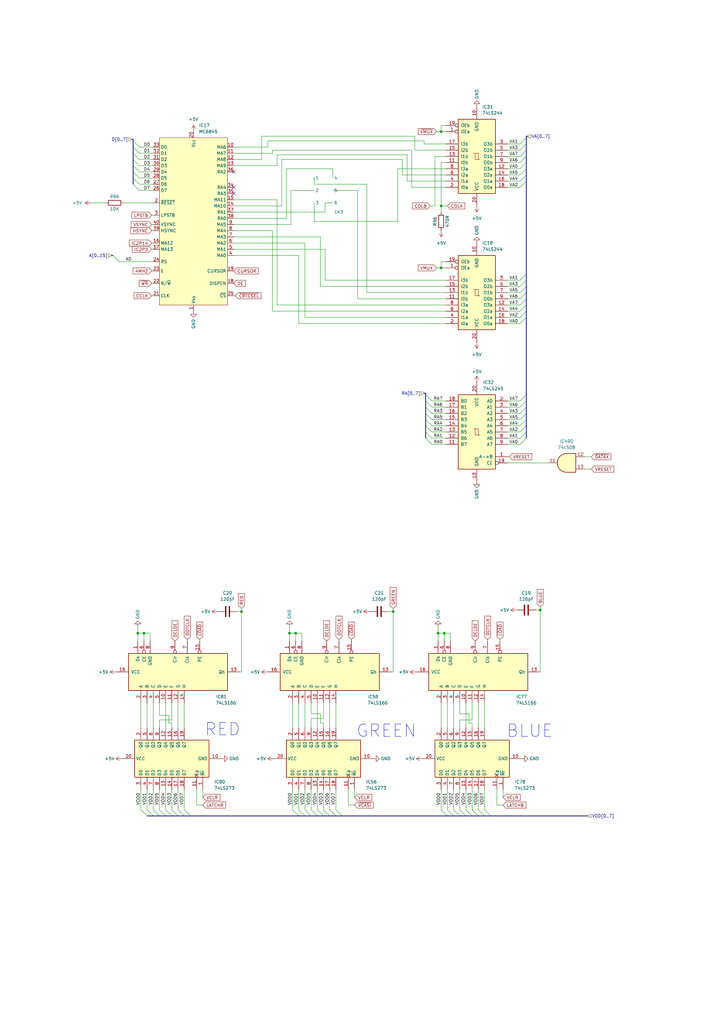
<source format=kicad_sch>
(kicad_sch (version 20230121) (generator eeschema)
  (paper "A3" portrait)
  (junction (at 161.29 250.825))
  (junction (at 180.975 84.455))
  (junction (at 180.975 109.855))
  (junction (at 118.745 259.715))
  (junction (at 121.285 259.715))
  (junction (at 180.975 53.975))
  (junction (at 182.245 259.715))
  (junction (at 221.615 250.19))
  (junction (at 179.705 259.715))
  (junction (at 99.06 250.825))
  (junction (at 59.055 259.715))
  (junction (at 56.515 259.715))
  (no_connect (at 95.885 70.485))
  (no_connect (at 95.885 76.835))
  (no_connect (at 95.885 79.375))
  (bus_entry (at 213.36 74.295) (size 2.54 -2.54))
  (bus_entry (at 122.555 334.645) (size -2.54 -2.54))
  (bus_entry (at 213.36 130.175) (size 2.54 -2.54))
  (bus_entry (at 213.36 114.935) (size 2.54 -2.54))
  (bus_entry (at 213.36 122.555) (size 2.54 -2.54))
  (bus_entry (at 177.165 172.085) (size -2.54 -2.54))
  (bus_entry (at 193.675 334.645) (size -2.54 -2.54))
  (bus_entry (at 135.255 334.645) (size -2.54 -2.54))
  (bus_entry (at 183.515 334.645) (size -2.54 -2.54))
  (bus_entry (at 78.105 334.645) (size -2.54 -2.54))
  (bus_entry (at 213.36 179.705) (size 2.54 -2.54))
  (bus_entry (at 177.165 164.465) (size -2.54 -2.54))
  (bus_entry (at 132.715 334.645) (size -2.54 -2.54))
  (bus_entry (at 213.36 59.055) (size 2.54 -2.54))
  (bus_entry (at 186.055 334.645) (size -2.54 -2.54))
  (bus_entry (at 75.565 334.645) (size -2.54 -2.54))
  (bus_entry (at 65.405 334.645) (size -2.54 -2.54))
  (bus_entry (at 57.15 78.105) (size -2.54 -2.54))
  (bus_entry (at 57.15 75.565) (size -2.54 -2.54))
  (bus_entry (at 140.335 334.645) (size -2.54 -2.54))
  (bus_entry (at 57.15 70.485) (size -2.54 -2.54))
  (bus_entry (at 57.15 73.025) (size -2.54 -2.54))
  (bus_entry (at 67.945 334.645) (size -2.54 -2.54))
  (bus_entry (at 62.865 334.645) (size -2.54 -2.54))
  (bus_entry (at 213.36 125.095) (size 2.54 -2.54))
  (bus_entry (at 177.165 179.705) (size -2.54 -2.54))
  (bus_entry (at 57.15 65.405) (size -2.54 -2.54))
  (bus_entry (at 213.36 172.085) (size 2.54 -2.54))
  (bus_entry (at 177.165 182.245) (size -2.54 -2.54))
  (bus_entry (at 70.485 334.645) (size -2.54 -2.54))
  (bus_entry (at 57.15 60.325) (size -2.54 -2.54))
  (bus_entry (at 213.36 66.675) (size 2.54 -2.54))
  (bus_entry (at 177.165 167.005) (size -2.54 -2.54))
  (bus_entry (at 191.135 334.645) (size -2.54 -2.54))
  (bus_entry (at 213.36 132.715) (size 2.54 -2.54))
  (bus_entry (at 57.15 67.945) (size -2.54 -2.54))
  (bus_entry (at 196.215 334.645) (size -2.54 -2.54))
  (bus_entry (at 125.095 334.645) (size -2.54 -2.54))
  (bus_entry (at 213.36 127.635) (size 2.54 -2.54))
  (bus_entry (at 213.36 164.465) (size 2.54 -2.54))
  (bus_entry (at 201.295 334.645) (size -2.54 -2.54))
  (bus_entry (at 60.325 334.645) (size -2.54 -2.54))
  (bus_entry (at 73.025 334.645) (size -2.54 -2.54))
  (bus_entry (at 213.36 69.215) (size 2.54 -2.54))
  (bus_entry (at 177.165 169.545) (size -2.54 -2.54))
  (bus_entry (at 198.755 334.645) (size -2.54 -2.54))
  (bus_entry (at 137.795 334.645) (size -2.54 -2.54))
  (bus_entry (at 177.165 174.625) (size -2.54 -2.54))
  (bus_entry (at 213.36 177.165) (size 2.54 -2.54))
  (bus_entry (at 57.15 62.865) (size -2.54 -2.54))
  (bus_entry (at 213.36 120.015) (size 2.54 -2.54))
  (bus_entry (at 213.36 169.545) (size 2.54 -2.54))
  (bus_entry (at 130.175 334.645) (size -2.54 -2.54))
  (bus_entry (at 48.895 107.315) (size -2.54 -2.54))
  (bus_entry (at 213.36 71.755) (size 2.54 -2.54))
  (bus_entry (at 213.36 182.245) (size 2.54 -2.54))
  (bus_entry (at 213.36 167.005) (size 2.54 -2.54))
  (bus_entry (at 213.36 174.625) (size 2.54 -2.54))
  (bus_entry (at 127.635 334.645) (size -2.54 -2.54))
  (bus_entry (at 188.595 334.645) (size -2.54 -2.54))
  (bus_entry (at 177.165 177.165) (size -2.54 -2.54))
  (bus_entry (at 213.36 117.475) (size 2.54 -2.54))
  (bus_entry (at 213.36 61.595) (size 2.54 -2.54))
  (bus_entry (at 213.36 64.135) (size 2.54 -2.54))
  (bus_entry (at 213.36 76.835) (size 2.54 -2.54))
  (wire (pts (xy 165.1 71.755) (xy 182.88 71.755)))
  (bus (pts (xy 125.095 334.645) (xy 127.635 334.645)))
  (wire (pts (xy 69.215 293.37) (xy 69.215 296.545)))
  (wire (pts (xy 62.23 121.285) (xy 62.865 121.285)))
  (wire (pts (xy 182.245 259.715) (xy 182.245 262.89)))
  (wire (pts (xy 161.29 250.825) (xy 161.29 275.59)))
  (wire (pts (xy 70.485 295.275) (xy 70.485 288.29)))
  (wire (pts (xy 122.555 132.715) (xy 182.88 132.715)))
  (wire (pts (xy 67.945 323.85) (xy 67.945 332.105)))
  (wire (pts (xy 242.57 187.325) (xy 240.03 187.325)))
  (wire (pts (xy 120.015 323.85) (xy 120.015 332.105)))
  (wire (pts (xy 186.055 288.29) (xy 186.055 298.45)))
  (wire (pts (xy 122.555 104.775) (xy 122.555 132.715)))
  (wire (pts (xy 130.175 323.85) (xy 130.175 332.105)))
  (wire (pts (xy 159.385 250.825) (xy 161.29 250.825)))
  (wire (pts (xy 198.755 288.29) (xy 198.755 298.45)))
  (bus (pts (xy 135.255 334.645) (xy 137.795 334.645)))
  (wire (pts (xy 167.005 74.295) (xy 182.88 74.295)))
  (wire (pts (xy 62.865 70.485) (xy 57.15 70.485)))
  (wire (pts (xy 117.475 89.535) (xy 117.475 69.215)))
  (wire (pts (xy 111.76 94.615) (xy 95.885 94.615)))
  (wire (pts (xy 182.88 64.135) (xy 178.435 64.135)))
  (wire (pts (xy 99.06 250.825) (xy 99.06 275.59)))
  (wire (pts (xy 142.875 330.2) (xy 145.415 330.2)))
  (wire (pts (xy 96.52 121.285) (xy 95.885 121.285)))
  (bus (pts (xy 70.485 334.645) (xy 73.025 334.645)))
  (wire (pts (xy 208.28 169.545) (xy 213.36 169.545)))
  (wire (pts (xy 118.745 259.715) (xy 118.745 262.89)))
  (bus (pts (xy 62.865 334.645) (xy 65.405 334.645)))
  (wire (pts (xy 65.405 288.29) (xy 65.405 293.37)))
  (wire (pts (xy 163.195 90.805) (xy 163.195 69.215)))
  (wire (pts (xy 135.255 288.29) (xy 135.255 298.45)))
  (wire (pts (xy 113.665 125.095) (xy 113.665 81.915)))
  (wire (pts (xy 208.28 174.625) (xy 213.36 174.625)))
  (wire (pts (xy 208.28 64.135) (xy 213.36 64.135)))
  (wire (pts (xy 142.875 323.85) (xy 142.875 330.2)))
  (bus (pts (xy 215.9 164.465) (xy 215.9 167.005)))
  (bus (pts (xy 174.625 161.925) (xy 174.625 164.465)))
  (wire (pts (xy 208.28 172.085) (xy 213.36 172.085)))
  (wire (pts (xy 208.28 177.165) (xy 213.36 177.165)))
  (wire (pts (xy 95.885 99.695) (xy 125.095 99.695)))
  (wire (pts (xy 62.865 288.29) (xy 62.865 298.45)))
  (wire (pts (xy 208.28 164.465) (xy 213.36 164.465)))
  (wire (pts (xy 95.885 65.405) (xy 107.315 65.405)))
  (wire (pts (xy 113.665 63.5) (xy 167.005 63.5)))
  (wire (pts (xy 198.755 323.85) (xy 198.755 332.105)))
  (wire (pts (xy 200.025 262.255) (xy 200.025 262.89)))
  (wire (pts (xy 196.215 323.85) (xy 196.215 332.105)))
  (wire (pts (xy 184.785 262.89) (xy 184.785 259.715)))
  (wire (pts (xy 208.28 69.215) (xy 213.36 69.215)))
  (bus (pts (xy 196.215 334.645) (xy 198.755 334.645)))
  (bus (pts (xy 174.625 164.465) (xy 174.625 167.005)))
  (wire (pts (xy 65.405 323.85) (xy 65.405 332.105)))
  (wire (pts (xy 184.785 259.715) (xy 182.245 259.715)))
  (wire (pts (xy 208.28 189.865) (xy 224.79 189.865)))
  (bus (pts (xy 54.61 65.405) (xy 54.61 67.945)))
  (wire (pts (xy 95.885 97.155) (xy 131.445 97.155)))
  (wire (pts (xy 188.595 292.735) (xy 192.405 292.735)))
  (wire (pts (xy 182.88 167.005) (xy 177.165 167.005)))
  (wire (pts (xy 69.215 296.545) (xy 70.485 296.545)))
  (wire (pts (xy 125.095 288.29) (xy 125.095 298.45)))
  (wire (pts (xy 182.88 125.095) (xy 113.665 125.095)))
  (wire (pts (xy 182.245 259.715) (xy 179.705 259.715)))
  (bus (pts (xy 78.105 334.645) (xy 122.555 334.645)))
  (wire (pts (xy 62.23 94.615) (xy 62.865 94.615)))
  (bus (pts (xy 215.9 130.175) (xy 215.9 161.925)))
  (wire (pts (xy 208.28 122.555) (xy 213.36 122.555)))
  (bus (pts (xy 215.9 120.015) (xy 215.9 122.555)))
  (bus (pts (xy 137.795 334.645) (xy 140.335 334.645)))
  (wire (pts (xy 131.445 292.735) (xy 131.445 296.545)))
  (wire (pts (xy 131.445 296.545) (xy 132.715 296.545)))
  (wire (pts (xy 191.135 288.29) (xy 191.135 298.45)))
  (wire (pts (xy 208.28 182.245) (xy 213.36 182.245)))
  (bus (pts (xy 54.61 67.945) (xy 54.61 70.485)))
  (wire (pts (xy 75.565 288.29) (xy 75.565 298.45)))
  (bus (pts (xy 215.9 161.925) (xy 215.9 164.465)))
  (wire (pts (xy 59.055 259.715) (xy 56.515 259.715)))
  (bus (pts (xy 174.625 169.545) (xy 174.625 172.085)))
  (wire (pts (xy 115.57 84.455) (xy 115.57 65.405)))
  (bus (pts (xy 174.625 174.625) (xy 174.625 177.165)))
  (wire (pts (xy 70.485 296.545) (xy 70.485 298.45)))
  (bus (pts (xy 60.325 334.645) (xy 62.865 334.645)))
  (bus (pts (xy 140.335 334.645) (xy 183.515 334.645)))
  (wire (pts (xy 62.23 92.075) (xy 62.865 92.075)))
  (wire (pts (xy 180.975 323.85) (xy 180.975 332.105)))
  (wire (pts (xy 57.785 323.85) (xy 57.785 332.105)))
  (bus (pts (xy 215.9 172.085) (xy 215.9 174.625)))
  (wire (pts (xy 182.88 122.555) (xy 146.685 122.555)))
  (wire (pts (xy 205.105 262.255) (xy 205.105 262.89)))
  (wire (pts (xy 123.825 259.715) (xy 121.285 259.715)))
  (wire (pts (xy 121.285 259.715) (xy 118.745 259.715)))
  (wire (pts (xy 179.705 259.715) (xy 179.705 262.89)))
  (wire (pts (xy 203.835 330.2) (xy 206.375 330.2)))
  (wire (pts (xy 73.025 288.29) (xy 73.025 298.45)))
  (wire (pts (xy 61.595 262.89) (xy 61.595 259.715)))
  (wire (pts (xy 168.91 61.595) (xy 168.91 76.835)))
  (wire (pts (xy 182.88 164.465) (xy 177.165 164.465)))
  (wire (pts (xy 132.715 296.545) (xy 132.715 298.45)))
  (wire (pts (xy 62.865 73.025) (xy 57.15 73.025)))
  (wire (pts (xy 122.555 288.29) (xy 122.555 298.45)))
  (wire (pts (xy 119.38 78.105) (xy 128.905 78.105)))
  (wire (pts (xy 182.88 66.675) (xy 180.975 66.675)))
  (bus (pts (xy 215.9 66.675) (xy 215.9 69.215)))
  (wire (pts (xy 180.975 66.675) (xy 180.975 84.455)))
  (bus (pts (xy 186.055 334.645) (xy 188.595 334.645)))
  (wire (pts (xy 127.635 288.29) (xy 127.635 292.735)))
  (bus (pts (xy 215.9 127.635) (xy 215.9 130.175)))
  (wire (pts (xy 83.185 327.025) (xy 83.185 323.85)))
  (bus (pts (xy 215.9 117.475) (xy 215.9 120.015)))
  (wire (pts (xy 137.795 323.85) (xy 137.795 332.105)))
  (wire (pts (xy 180.975 53.975) (xy 182.88 53.975)))
  (wire (pts (xy 62.865 60.325) (xy 57.15 60.325)))
  (wire (pts (xy 99.06 275.59) (xy 98.425 275.59)))
  (wire (pts (xy 123.825 262.89) (xy 123.825 259.715)))
  (wire (pts (xy 170.18 61.595) (xy 182.88 61.595)))
  (wire (pts (xy 133.35 102.235) (xy 133.35 114.935)))
  (wire (pts (xy 48.895 107.315) (xy 62.865 107.315)))
  (wire (pts (xy 193.675 296.545) (xy 193.675 298.45)))
  (wire (pts (xy 192.405 296.545) (xy 193.675 296.545)))
  (bus (pts (xy 122.555 334.645) (xy 125.095 334.645)))
  (wire (pts (xy 182.88 51.435) (xy 180.975 51.435)))
  (wire (pts (xy 107.315 65.405) (xy 107.315 55.88)))
  (wire (pts (xy 182.88 169.545) (xy 177.165 169.545)))
  (bus (pts (xy 215.9 114.935) (xy 215.9 117.475)))
  (bus (pts (xy 53.975 57.15) (xy 54.61 57.15)))
  (bus (pts (xy 173.99 161.29) (xy 174.625 161.29)))
  (wire (pts (xy 176.53 84.455) (xy 178.435 84.455)))
  (wire (pts (xy 193.675 295.275) (xy 188.595 295.275)))
  (wire (pts (xy 173.99 59.055) (xy 182.88 59.055)))
  (bus (pts (xy 45.72 104.775) (xy 46.355 104.775)))
  (wire (pts (xy 125.095 99.695) (xy 125.095 130.175)))
  (wire (pts (xy 182.88 127.635) (xy 111.76 127.635)))
  (wire (pts (xy 133.35 114.935) (xy 182.88 114.935)))
  (wire (pts (xy 128.905 83.185) (xy 128.905 90.805)))
  (wire (pts (xy 67.945 288.29) (xy 67.945 298.45)))
  (bus (pts (xy 183.515 334.645) (xy 186.055 334.645)))
  (wire (pts (xy 122.555 323.85) (xy 122.555 332.105)))
  (bus (pts (xy 215.9 169.545) (xy 215.9 172.085)))
  (bus (pts (xy 174.625 177.165) (xy 174.625 179.705)))
  (wire (pts (xy 75.565 323.85) (xy 75.565 332.105)))
  (wire (pts (xy 182.88 177.165) (xy 177.165 177.165)))
  (bus (pts (xy 54.61 62.865) (xy 54.61 65.405)))
  (wire (pts (xy 62.23 111.125) (xy 62.865 111.125)))
  (wire (pts (xy 127.635 298.45) (xy 127.635 294.64)))
  (wire (pts (xy 109.855 57.785) (xy 173.99 57.785)))
  (wire (pts (xy 180.975 51.435) (xy 180.975 53.975)))
  (bus (pts (xy 73.025 334.645) (xy 75.565 334.645)))
  (wire (pts (xy 221.615 250.19) (xy 221.615 275.59)))
  (wire (pts (xy 113.665 81.915) (xy 95.885 81.915)))
  (wire (pts (xy 133.35 83.185) (xy 136.525 83.185)))
  (wire (pts (xy 95.885 60.325) (xy 109.855 60.325)))
  (wire (pts (xy 62.865 65.405) (xy 57.15 65.405)))
  (wire (pts (xy 111.76 61.595) (xy 168.91 61.595)))
  (wire (pts (xy 50.8 83.185) (xy 62.865 83.185)))
  (wire (pts (xy 95.885 62.865) (xy 111.76 62.865)))
  (wire (pts (xy 95.885 67.945) (xy 113.665 67.945)))
  (wire (pts (xy 97.155 250.825) (xy 99.06 250.825)))
  (bus (pts (xy 75.565 334.645) (xy 78.105 334.645)))
  (bus (pts (xy 215.9 64.135) (xy 215.9 66.675)))
  (wire (pts (xy 57.785 288.29) (xy 57.785 298.45)))
  (bus (pts (xy 215.9 74.295) (xy 215.9 112.395)))
  (wire (pts (xy 95.885 102.235) (xy 133.35 102.235)))
  (wire (pts (xy 183.515 323.85) (xy 183.515 332.105)))
  (wire (pts (xy 59.055 259.715) (xy 59.055 262.89)))
  (wire (pts (xy 73.025 323.85) (xy 73.025 332.105)))
  (wire (pts (xy 62.865 78.105) (xy 57.15 78.105)))
  (wire (pts (xy 150.495 75.565) (xy 128.905 75.565)))
  (wire (pts (xy 188.595 323.85) (xy 188.595 332.105)))
  (bus (pts (xy 215.9 167.005) (xy 215.9 169.545)))
  (bus (pts (xy 65.405 334.645) (xy 67.945 334.645)))
  (wire (pts (xy 188.595 288.29) (xy 188.595 292.735)))
  (wire (pts (xy 182.88 107.315) (xy 180.975 107.315)))
  (wire (pts (xy 95.885 104.775) (xy 122.555 104.775)))
  (wire (pts (xy 180.975 288.29) (xy 180.975 298.45)))
  (wire (pts (xy 62.865 62.865) (xy 57.15 62.865)))
  (bus (pts (xy 54.61 73.025) (xy 54.61 75.565)))
  (bus (pts (xy 67.945 334.645) (xy 70.485 334.645)))
  (wire (pts (xy 118.745 257.175) (xy 118.745 259.715)))
  (wire (pts (xy 193.675 288.29) (xy 193.675 295.275)))
  (bus (pts (xy 193.675 334.645) (xy 196.215 334.645)))
  (wire (pts (xy 95.885 84.455) (xy 115.57 84.455)))
  (wire (pts (xy 180.975 84.455) (xy 183.515 84.455)))
  (wire (pts (xy 196.215 288.29) (xy 196.215 298.45)))
  (wire (pts (xy 180.975 107.315) (xy 180.975 109.855)))
  (bus (pts (xy 215.9 174.625) (xy 215.9 177.165)))
  (bus (pts (xy 132.715 334.645) (xy 135.255 334.645)))
  (wire (pts (xy 168.91 76.835) (xy 182.88 76.835)))
  (wire (pts (xy 191.135 323.85) (xy 191.135 332.105)))
  (wire (pts (xy 145.415 327.025) (xy 145.415 323.85)))
  (wire (pts (xy 208.28 76.835) (xy 213.36 76.835)))
  (wire (pts (xy 60.325 323.85) (xy 60.325 332.105)))
  (bus (pts (xy 215.9 61.595) (xy 215.9 64.135)))
  (bus (pts (xy 215.9 122.555) (xy 215.9 125.095)))
  (bus (pts (xy 216.535 55.88) (xy 215.9 55.88)))
  (wire (pts (xy 242.57 192.405) (xy 240.03 192.405)))
  (wire (pts (xy 62.865 323.85) (xy 62.865 332.105)))
  (wire (pts (xy 178.435 64.135) (xy 178.435 84.455)))
  (wire (pts (xy 117.475 69.215) (xy 136.525 69.215)))
  (wire (pts (xy 203.835 323.85) (xy 203.835 330.2)))
  (wire (pts (xy 208.28 117.475) (xy 213.36 117.475)))
  (wire (pts (xy 165.1 65.405) (xy 165.1 71.755)))
  (wire (pts (xy 182.88 174.625) (xy 177.165 174.625)))
  (wire (pts (xy 131.445 97.155) (xy 131.445 117.475)))
  (wire (pts (xy 170.18 55.88) (xy 170.18 61.595)))
  (wire (pts (xy 115.57 65.405) (xy 165.1 65.405)))
  (bus (pts (xy 54.61 57.785) (xy 54.61 60.325)))
  (wire (pts (xy 80.645 323.85) (xy 80.645 330.2)))
  (bus (pts (xy 215.9 55.88) (xy 215.9 56.515)))
  (wire (pts (xy 182.88 172.085) (xy 177.165 172.085)))
  (wire (pts (xy 208.28 59.055) (xy 213.36 59.055)))
  (bus (pts (xy 198.755 334.645) (xy 201.295 334.645)))
  (wire (pts (xy 208.28 114.935) (xy 213.36 114.935)))
  (wire (pts (xy 161.29 249.555) (xy 161.29 250.825)))
  (wire (pts (xy 179.07 53.975) (xy 180.975 53.975)))
  (wire (pts (xy 80.645 330.2) (xy 83.185 330.2)))
  (bus (pts (xy 188.595 334.645) (xy 191.135 334.645)))
  (wire (pts (xy 62.23 116.205) (xy 62.865 116.205)))
  (bus (pts (xy 174.625 167.005) (xy 174.625 169.545)))
  (bus (pts (xy 215.9 56.515) (xy 215.9 59.055)))
  (wire (pts (xy 146.685 122.555) (xy 146.685 78.105)))
  (wire (pts (xy 65.405 298.45) (xy 65.405 295.275)))
  (wire (pts (xy 113.665 67.945) (xy 113.665 63.5)))
  (wire (pts (xy 127.635 292.735) (xy 131.445 292.735)))
  (wire (pts (xy 109.855 60.325) (xy 109.855 57.785)))
  (bus (pts (xy 215.9 112.395) (xy 215.9 114.935)))
  (wire (pts (xy 133.35 86.995) (xy 133.35 83.185)))
  (bus (pts (xy 54.61 70.485) (xy 54.61 73.025)))
  (wire (pts (xy 221.615 248.92) (xy 221.615 250.19)))
  (wire (pts (xy 182.88 182.245) (xy 177.165 182.245)))
  (bus (pts (xy 174.625 161.29) (xy 174.625 161.925)))
  (wire (pts (xy 111.76 127.635) (xy 111.76 94.615)))
  (wire (pts (xy 208.28 125.095) (xy 213.36 125.095)))
  (wire (pts (xy 208.28 127.635) (xy 213.36 127.635)))
  (wire (pts (xy 182.88 179.705) (xy 177.165 179.705)))
  (wire (pts (xy 132.715 288.29) (xy 132.715 294.64)))
  (wire (pts (xy 182.88 120.015) (xy 150.495 120.015)))
  (wire (pts (xy 180.975 84.455) (xy 180.975 86.995)))
  (wire (pts (xy 62.23 88.265) (xy 62.865 88.265)))
  (wire (pts (xy 144.145 262.255) (xy 144.145 262.89)))
  (wire (pts (xy 183.515 288.29) (xy 183.515 298.45)))
  (wire (pts (xy 132.715 323.85) (xy 132.715 332.105)))
  (wire (pts (xy 125.095 130.175) (xy 182.88 130.175)))
  (wire (pts (xy 136.525 69.215) (xy 136.525 73.025)))
  (wire (pts (xy 208.28 179.705) (xy 213.36 179.705)))
  (wire (pts (xy 70.485 323.85) (xy 70.485 332.105)))
  (wire (pts (xy 56.515 259.715) (xy 56.515 262.89)))
  (wire (pts (xy 150.495 120.015) (xy 150.495 75.565)))
  (bus (pts (xy 215.9 71.755) (xy 215.9 74.295)))
  (wire (pts (xy 137.795 288.29) (xy 137.795 298.45)))
  (wire (pts (xy 61.595 259.715) (xy 59.055 259.715)))
  (wire (pts (xy 179.07 109.855) (xy 180.975 109.855)))
  (bus (pts (xy 191.135 334.645) (xy 193.675 334.645)))
  (wire (pts (xy 208.28 66.675) (xy 213.36 66.675)))
  (wire (pts (xy 208.915 187.325) (xy 208.28 187.325)))
  (bus (pts (xy 201.295 334.645) (xy 241.3 334.645)))
  (wire (pts (xy 131.445 117.475) (xy 182.88 117.475)))
  (wire (pts (xy 167.005 63.5) (xy 167.005 74.295)))
  (wire (pts (xy 161.29 275.59) (xy 160.655 275.59)))
  (wire (pts (xy 188.595 295.275) (xy 188.595 298.45)))
  (wire (pts (xy 128.905 75.565) (xy 128.905 73.025)))
  (wire (pts (xy 107.315 55.88) (xy 170.18 55.88)))
  (wire (pts (xy 95.885 86.995) (xy 133.35 86.995)))
  (wire (pts (xy 60.325 288.29) (xy 60.325 298.45)))
  (wire (pts (xy 173.99 57.785) (xy 173.99 59.055)))
  (bus (pts (xy 130.175 334.645) (xy 132.715 334.645)))
  (wire (pts (xy 125.095 323.85) (xy 125.095 332.105)))
  (wire (pts (xy 121.285 259.715) (xy 121.285 262.89)))
  (wire (pts (xy 62.865 67.945) (xy 57.15 67.945)))
  (wire (pts (xy 192.405 292.735) (xy 192.405 296.545)))
  (wire (pts (xy 193.675 323.85) (xy 193.675 332.105)))
  (bus (pts (xy 174.625 172.085) (xy 174.625 174.625)))
  (bus (pts (xy 215.9 59.055) (xy 215.9 61.595)))
  (wire (pts (xy 208.28 61.595) (xy 213.36 61.595)))
  (wire (pts (xy 163.195 69.215) (xy 182.88 69.215)))
  (wire (pts (xy 130.175 288.29) (xy 130.175 298.45)))
  (bus (pts (xy 54.61 57.15) (xy 54.61 57.785)))
  (wire (pts (xy 127.635 323.85) (xy 127.635 332.105)))
  (wire (pts (xy 179.705 257.175) (xy 179.705 259.715)))
  (wire (pts (xy 76.835 262.255) (xy 76.835 262.89)))
  (wire (pts (xy 208.28 130.175) (xy 213.36 130.175)))
  (wire (pts (xy 180.975 109.855) (xy 182.88 109.855)))
  (wire (pts (xy 120.015 288.29) (xy 120.015 298.45)))
  (wire (pts (xy 186.055 323.85) (xy 186.055 332.105)))
  (wire (pts (xy 62.865 75.565) (xy 57.15 75.565)))
  (wire (pts (xy 208.28 167.005) (xy 213.36 167.005)))
  (wire (pts (xy 65.405 295.275) (xy 70.485 295.275)))
  (wire (pts (xy 208.28 120.015) (xy 213.36 120.015)))
  (wire (pts (xy 119.38 92.075) (xy 119.38 78.105)))
  (wire (pts (xy 81.915 262.255) (xy 81.915 262.89)))
  (wire (pts (xy 65.405 293.37) (xy 69.215 293.37)))
  (wire (pts (xy 37.465 83.185) (xy 43.18 83.185)))
  (wire (pts (xy 135.255 323.85) (xy 135.255 332.105)))
  (bus (pts (xy 215.9 125.095) (xy 215.9 127.635)))
  (wire (pts (xy 95.885 92.075) (xy 119.38 92.075)))
  (wire (pts (xy 111.76 62.865) (xy 111.76 61.595)))
  (wire (pts (xy 99.06 249.555) (xy 99.06 250.825)))
  (wire (pts (xy 128.905 90.805) (xy 163.195 90.805)))
  (wire (pts (xy 146.685 78.105) (xy 136.525 78.105)))
  (wire (pts (xy 62.23 102.235) (xy 62.865 102.235)))
  (wire (pts (xy 127.635 294.64) (xy 132.715 294.64)))
  (wire (pts (xy 206.375 327.025) (xy 206.375 323.85)))
  (wire (pts (xy 62.23 99.695) (xy 62.865 99.695)))
  (wire (pts (xy 208.28 132.715) (xy 213.36 132.715)))
  (wire (pts (xy 219.71 250.19) (xy 221.615 250.19)))
  (bus (pts (xy 215.9 69.215) (xy 215.9 71.755)))
  (bus (pts (xy 54.61 60.325) (xy 54.61 62.865)))
  (bus (pts (xy 215.9 177.165) (xy 215.9 179.705)))
  (wire (pts (xy 139.065 262.255) (xy 139.065 262.89)))
  (bus (pts (xy 127.635 334.645) (xy 130.175 334.645)))
  (wire (pts (xy 95.885 89.535) (xy 117.475 89.535)))
  (wire (pts (xy 208.28 74.295) (xy 213.36 74.295)))
  (wire (pts (xy 56.515 257.175) (xy 56.515 259.715)))
  (wire (pts (xy 208.28 71.755) (xy 213.36 71.755)))
  (text "RED" (at 83.82 302.26 0) (effects (font (size 5.08 5.08)) (justify left bottom)))
  (text "BLUE" (at 207.645 302.895 0) (effects (font (size 5.08 5.08)) (justify left bottom)))
  (text "GREEN" (at 146.05 302.895 0) (effects (font (size 5.08 5.08)) (justify left bottom)))
  (label "VA1" (at 208.915 59.055 0))
  (label "VOD5" (at 188.595 330.2 90))
  (label "D4" (at 61.595 70.485 180))
  (label "VOD5" (at 127.635 330.2 90))
  (label "VOD7" (at 198.755 330.2 90))
  (label "VOD3" (at 70.485 330.2 90))
  (label "VOD1" (at 183.515 330.2 90))
  (label "VA0" (at 208.915 132.715 0))
  (label "RA2" (at 181.61 177.165 180))
  (label "VA6" (at 208.915 122.555 0))
  (label "VA2" (at 208.915 130.175 0))
  (label "VOD4" (at 67.945 330.2 90))
  (label "D1" (at 61.595 62.865 180))
  (label "VA4" (at 208.915 174.625 0))
  (label "VA2" (at 208.915 76.835 0))
  (label "VOD7" (at 137.795 330.2 90))
  (label "VOD6" (at 196.215 330.2 90))
  (label "D0" (at 61.595 60.325 180))
  (label "D3" (at 61.595 67.945 180))
  (label "VA1" (at 208.915 179.705 0))
  (label "VA1" (at 208.915 114.935 0))
  (label "VOD0" (at 120.015 330.2 90))
  (label "VA2" (at 208.915 177.165 0))
  (label "VOD2" (at 125.095 330.2 90))
  (label "VA0" (at 208.915 182.245 0))
  (label "VA3" (at 208.915 117.475 0))
  (label "VA7" (at 208.915 64.135 0))
  (label "RA0" (at 181.61 182.245 180))
  (label "A0" (at 53.975 107.315 180))
  (label "VOD1" (at 122.555 330.2 90))
  (label "RA6" (at 181.61 167.005 180))
  (label "VA0" (at 208.915 69.215 0))
  (label "RA7" (at 181.61 164.465 180))
  (label "VOD0" (at 57.785 330.2 90))
  (label "RA5" (at 181.61 172.085 180))
  (label "D5" (at 61.595 73.025 180))
  (label "D6" (at 61.595 75.565 180))
  (label "VOD4" (at 130.175 330.2 90))
  (label "VOD7" (at 75.565 330.2 90))
  (label "VA4" (at 208.915 127.635 0))
  (label "RA4" (at 181.61 174.625 180))
  (label "VOD5" (at 65.405 330.2 90))
  (label "VOD3" (at 193.675 330.2 90))
  (label "RA3" (at 181.61 169.545 180))
  (label "VOD4" (at 191.135 330.2 90))
  (label "VA5" (at 208.915 71.755 0))
  (label "VA5" (at 208.915 120.015 0))
  (label "VOD2" (at 62.865 330.2 90))
  (label "VOD6" (at 135.255 330.2 90))
  (label "RA1" (at 181.61 179.705 180))
  (label "VA7" (at 208.915 125.095 0))
  (label "VOD2" (at 186.055 330.2 90))
  (label "VA5" (at 208.915 172.085 0))
  (label "VOD6" (at 73.025 330.2 90))
  (label "D7" (at 61.595 78.105 180))
  (label "D2" (at 61.595 65.405 180))
  (label "VA3" (at 208.915 169.545 0))
  (label "VA4" (at 208.915 74.295 0))
  (label "VA3" (at 208.915 61.595 0))
  (label "VA7" (at 208.915 164.465 0))
  (label "VA6" (at 208.915 167.005 0))
  (label "VOD1" (at 60.325 330.2 90))
  (label "VOD3" (at 132.715 330.2 90))
  (label "VOD0" (at 180.975 330.2 90))
  (label "VA6" (at 208.915 66.675 0))
  (global_label "~{CRTCSEL}" (shape input) (at 96.52 121.285 0) (property "Intersheetrefs" "${INTERSHEET_REFS}" (effects hide)))
  (global_label "DELDE" (shape input) (at 133.985 262.89 90) (property "Intersheetrefs" "${INTERSHEET_REFS}" (effects hide)))
  (global_label "VCLR" (shape input) (at 83.185 327.025 0) (property "Intersheetrefs" "${INTERSHEET_REFS}" (effects hide)))
  (global_label "IC2P14" (shape input) (at 62.23 99.695 180) (property "Intersheetrefs" "${INTERSHEET_REFS}" (effects hide)))
  (global_label "VMUX" (shape input) (at 179.07 109.855 180) (property "Intersheetrefs" "${INTERSHEET_REFS}" (effects hide)))
  (global_label "DELDE" (shape input) (at 71.755 262.89 90) (property "Intersheetrefs" "${INTERSHEET_REFS}" (effects hide)))
  (global_label "COLB" (shape input) (at 176.53 84.455 180) (property "Intersheetrefs" "${INTERSHEET_REFS}" (effects hide)))
  (global_label "BLUE" (shape input) (at 221.615 248.92 90) (property "Intersheetrefs" "${INTERSHEET_REFS}" (effects hide)))
  (global_label "HSYNC" (shape input) (at 62.23 94.615 180) (property "Intersheetrefs" "${INTERSHEET_REFS}" (effects hide)))
  (global_label "4MHZ" (shape input) (at 62.23 111.125 180) (property "Intersheetrefs" "${INTERSHEET_REFS}" (effects hide)))
  (global_label "VRESET" (shape input) (at 242.57 192.405 0) (property "Intersheetrefs" "${INTERSHEET_REFS}" (effects hide)))
  (global_label "~{WR}" (shape input) (at 62.23 116.205 180) (property "Intersheetrefs" "${INTERSHEET_REFS}" (effects hide)))
  (global_label "VCLR" (shape input) (at 145.415 327.025 0) (property "Intersheetrefs" "${INTERSHEET_REFS}" (effects hide)))
  (global_label "VRESET" (shape input) (at 208.915 187.325 0) (property "Intersheetrefs" "${INTERSHEET_REFS}" (effects hide)))
  (global_label "LPSTB" (shape input) (at 62.23 88.265 180) (property "Intersheetrefs" "${INTERSHEET_REFS}" (effects hide)))
  (global_label "CURSOR" (shape input) (at 95.885 111.125 0) (property "Intersheetrefs" "${INTERSHEET_REFS}" (effects hide)))
  (global_label "DE" (shape input) (at 95.885 116.205 0) (property "Intersheetrefs" "${INTERSHEET_REFS}" (effects hide)))
  (global_label "COLA" (shape input) (at 183.515 84.455 0) (property "Intersheetrefs" "${INTERSHEET_REFS}" (effects hide)))
  (global_label "GREEN" (shape input) (at 161.29 249.555 90) (property "Intersheetrefs" "${INTERSHEET_REFS}" (effects hide)))
  (global_label "~{VCASI}" (shape input) (at 145.415 330.2 0) (property "Intersheetrefs" "${INTERSHEET_REFS}" (effects hide)))
  (global_label "~{DATAX}" (shape input) (at 242.57 187.325 0) (property "Intersheetrefs" "${INTERSHEET_REFS}" (effects hide)))
  (global_label "DOTCLK" (shape input) (at 200.025 262.255 90) (property "Intersheetrefs" "${INTERSHEET_REFS}" (effects hide)))
  (global_label "DELDE" (shape input) (at 194.945 262.89 90) (property "Intersheetrefs" "${INTERSHEET_REFS}" (effects hide)))
  (global_label "RED" (shape input) (at 99.06 249.555 90) (property "Intersheetrefs" "${INTERSHEET_REFS}" (effects hide)))
  (global_label "VCLR" (shape input) (at 206.375 327.025 0) (property "Intersheetrefs" "${INTERSHEET_REFS}" (effects hide)))
  (global_label "DOTCLK" (shape input) (at 139.065 262.255 90) (property "Intersheetrefs" "${INTERSHEET_REFS}" (effects hide)))
  (global_label "DOTCLK" (shape input) (at 76.835 262.255 90) (property "Intersheetrefs" "${INTERSHEET_REFS}" (effects hide)))
  (global_label "~{VMUX}" (shape input) (at 179.07 53.975 180) (property "Intersheetrefs" "${INTERSHEET_REFS}" (effects hide)))
  (global_label "VSYNC" (shape input) (at 62.23 92.075 180) (property "Intersheetrefs" "${INTERSHEET_REFS}" (effects hide)))
  (global_label "CCLK" (shape input) (at 62.23 121.285 180) (property "Intersheetrefs" "${INTERSHEET_REFS}" (effects hide)))
  (global_label "LATCHR" (shape input) (at 83.185 330.2 0) (property "Intersheetrefs" "${INTERSHEET_REFS}" (effects hide)))
  (global_label "IC2P3" (shape input) (at 62.23 102.235 180) (property "Intersheetrefs" "${INTERSHEET_REFS}" (effects hide)))
  (global_label "LATCHB" (shape input) (at 206.375 330.2 0) (property "Intersheetrefs" "${INTERSHEET_REFS}" (effects hide)))
  (global_label "~{LOAD}" (shape input) (at 81.915 262.255 90) (property "Intersheetrefs" "${INTERSHEET_REFS}" (effects hide)))
  (global_label "~{LOAD}" (shape input) (at 144.145 262.255 90) (property "Intersheetrefs" "${INTERSHEET_REFS}" (effects hide)))
  (global_label "~{LOAD}" (shape input) (at 205.105 262.255 90) (property "Intersheetrefs" "${INTERSHEET_REFS}" (effects hide)))
  (hierarchical_label "RA[0..7]" (shape input) (at 173.99 161.29 180))
  (hierarchical_label "VA[0..7]" (shape input) (at 216.535 55.88 0))
  (hierarchical_label "A[0..15]" (shape input) (at 45.72 104.775 180))
  (hierarchical_label "VOD[0..7]" (shape input) (at 241.3 334.645 0))
  (hierarchical_label "D[0..7]" (shape input) (at 53.975 57.15 180))
  (symbol (lib_id "power:+5V") (at 37.465 83.185 90) (unit 1)
    (property "Reference" "#PWR0293" (effects hide))
    (property "Value" "+5V" (at 33.655 83.185 90) (effects (justify left)))
    (instances (project "lynx96" (path "" (reference "#PWR0293") (unit 1))) (project "lynx128" (path "" (reference "#PWR033") (unit 1)) (path "" (reference "#PWR064") (unit 1)) (path "" (reference "#PWR047") (unit 1))))
  )
  (symbol (lib_id "LYNX:H74LS166") (at 73.025 275.59 0) (unit 1)
    (property "Reference" "IC81" (at 90.805 285.75 0))
    (property "Value" "74LS166" (at 92.71 288.29 0))
    (property "Footprint" "96K-Lynx:DIP-16_W7.62mm" (effects hide))
    (instances (project "lynx96" (path "" (reference "IC81") (unit 1))) (project "lynx128" (path "" (reference "IC44") (unit 1))))
  )
  (symbol (lib_id "power:+5V") (at 212.09 250.19 90) (unit 1)
    (property "Reference" "#PWR0169" (effects hide))
    (property "Value" "+5V" (at 208.915 250.19 90) (effects (justify left)))
    (instances (project "lynx96" (path "" (reference "#PWR0169") (unit 1))) (project "lynx128" (path "" (reference "#PWR015") (unit 1)) (path "" (reference "#PWR0101") (unit 1))))
  )
  (symbol (lib_id "power:+5V") (at 151.765 250.825 90) (unit 1)
    (property "Reference" "#PWR0170" (effects hide))
    (property "Value" "+5V" (at 148.59 250.825 90) (effects (justify left)))
    (instances (project "lynx96" (path "" (reference "#PWR0170") (unit 1))) (project "lynx128" (path "" (reference "#PWR015") (unit 1)) (path "" (reference "#PWR0101") (unit 1))))
  )
  (symbol (lib_id "LYNX:H74LS166") (at 196.215 275.59 0) (unit 1)
    (property "Reference" "IC77" (at 213.995 285.75 0))
    (property "Value" "74LS166" (at 215.9 288.29 0))
    (property "Footprint" "96K-Lynx:DIP-16_W7.62mm" (effects hide))
    (instances (project "lynx96" (path "" (reference "IC77") (unit 1))) (project "lynx128" (path "" (reference "IC42") (unit 1))))
  )
  (symbol (lib_id "power:+5V") (at 173.355 311.15 90) (unit 1)
    (property "Reference" "#PWR0165" (effects hide))
    (property "Value" "+5V" (at 170.18 311.15 90) (effects (justify left)))
    (instances (project "lynx96" (path "" (reference "#PWR0165") (unit 1))) (project "lynx128" (path "" (reference "#PWR015") (unit 1)) (path "" (reference "#PWR093") (unit 1))))
  )
  (symbol (lib_id "74xx:74LS245") (at 195.58 177.165 0) (mirror y) (unit 1)
    (property "Reference" "IC32" (at 198.12 156.845 0) (effects (justify right)))
    (property "Value" "74LS245" (at 198.12 159.385 0) (effects (justify right)))
    (property "Footprint" "96K-Lynx:DIP-20_W7.62mm" (effects hide))
    (property "Datasheet" "http://www.ti.com/lit/gpn/sn74LS245" (effects hide))
  )
  (symbol (lib_id "Device:C") (at 155.575 250.825 90) (unit 1)
    (property "Reference" "C21" (at 155.575 243.205 90))
    (property "Value" "120pF" (at 155.575 245.745 90))
    (property "Footprint" "96K-Lynx:Resistor 5.08mm" (effects hide))
  )
  (symbol (lib_id "power:+5V") (at 47.625 275.59 90) (unit 1)
    (property "Reference" "#PWR0154" (effects hide))
    (property "Value" "+5V" (at 44.45 275.59 90) (effects (justify left)))
    (instances (project "lynx96" (path "" (reference "#PWR0154") (unit 1))) (project "lynx128" (path "" (reference "#PWR015") (unit 1)) (path "" (reference "#PWR095") (unit 1))))
  )
  (symbol (lib_id "power:GND") (at 195.58 99.695 0) (mirror x) (unit 1)
    (property "Reference" "#PWR070" (effects hide))
    (property "Value" "GND" (at 195.58 96.52 90) (effects (justify right)))
    (instances (project "lynx96" (path "" (reference "#PWR070") (unit 1))) (project "lynx128" (path "" (reference "#PWR040") (unit 1)) (path "" (reference "#PWR048") (unit 1)) (path "" (reference "#PWR051") (unit 1)) (path "" (reference "#PWR082") (unit 1))))
  )
  (symbol (lib_id "power:GND") (at 153.035 311.15 90) (mirror x) (unit 1)
    (property "Reference" "#PWR0163" (effects hide))
    (property "Value" "GND" (at 156.21 311.15 90) (effects (justify right)))
    (instances (project "lynx96" (path "" (reference "#PWR0163") (unit 1))) (project "lynx128" (path "" (reference "#PWR040") (unit 1)) (path "" (reference "#PWR048") (unit 1)) (path "" (reference "#PWR051") (unit 1)) (path "" (reference "#PWR092") (unit 1))))
  )
  (symbol (lib_id "Device:R") (at 180.975 90.805 180) (unit 1)
    (property "Reference" "R96" (at 178.435 90.805 90))
    (property "Value" "470R" (at 183.515 90.805 90))
    (property "Footprint" "96K-Lynx:Resistor 4.20mm" (effects hide))
    (instances (project "lynx96" (path "" (reference "R96") (unit 1)) (path "" (reference "R53") (unit 1))) (project "lynx128" (path "" (reference "R60") (unit 1))))
  )
  (symbol (lib_id "power:GND") (at 195.58 43.815 0) (mirror x) (unit 1)
    (property "Reference" "#PWR068" (effects hide))
    (property "Value" "GND" (at 195.58 40.64 90) (effects (justify right)))
    (instances (project "lynx96" (path "" (reference "#PWR068") (unit 1))) (project "lynx128" (path "" (reference "#PWR040") (unit 1)) (path "" (reference "#PWR048") (unit 1)) (path "" (reference "#PWR051") (unit 1)) (path "" (reference "#PWR083") (unit 1))))
  )
  (symbol (lib_id "LYNX:H74LS166") (at 135.255 275.59 0) (unit 1)
    (property "Reference" "IC58" (at 153.035 285.75 0))
    (property "Value" "74LS166" (at 154.94 288.29 0))
    (property "Footprint" "96K-Lynx:DIP-16_W7.62mm" (effects hide))
    (instances (project "lynx96" (path "" (reference "IC58") (unit 1))) (project "lynx128" (path "" (reference "IC43") (unit 1))))
  )
  (symbol (lib_id "74xx:74LS273") (at 193.675 311.15 90) (unit 1)
    (property "Reference" "IC78" (at 213.36 320.675 90))
    (property "Value" "74LS273" (at 215.265 323.215 90))
    (property "Footprint" "96K-Lynx:DIP-20_W7.62mm" (effects hide))
    (property "Datasheet" "http://www.ti.com/lit/gpn/sn74LS273" (effects hide))
    (instances (project "lynx96" (path "" (reference "IC78") (unit 1))) (project "lynx128" (path "" (reference "IC50") (unit 1))))
  )
  (symbol (lib_id "74xx:74LS273") (at 132.715 311.15 90) (unit 1)
    (property "Reference" "IC56" (at 152.4 320.675 90))
    (property "Value" "74LS273" (at 154.305 323.215 90))
    (property "Footprint" "96K-Lynx:DIP-20_W7.62mm" (effects hide))
    (property "Datasheet" "http://www.ti.com/lit/gpn/sn74LS273" (effects hide))
    (instances (project "lynx96" (path "" (reference "IC56") (unit 1))) (project "lynx128" (path "" (reference "IC51") (unit 1))))
  )
  (symbol (lib_id "power:+5V") (at 112.395 311.15 90) (unit 1)
    (property "Reference" "#PWR0160" (effects hide))
    (property "Value" "+5V" (at 109.22 311.15 90) (effects (justify left)))
    (instances (project "lynx96" (path "" (reference "#PWR0160") (unit 1))) (project "lynx128" (path "" (reference "#PWR015") (unit 1)) (path "" (reference "#PWR091") (unit 1))))
  )
  (symbol (lib_id "power:GND") (at 90.805 311.15 90) (mirror x) (unit 1)
    (property "Reference" "#PWR0158" (effects hide))
    (property "Value" "GND" (at 93.98 311.15 90) (effects (justify right)))
    (instances (project "lynx96" (path "" (reference "#PWR0158") (unit 1))) (project "lynx128" (path "" (reference "#PWR040") (unit 1)) (path "" (reference "#PWR048") (unit 1)) (path "" (reference "#PWR051") (unit 1)) (path "" (reference "#PWR090") (unit 1))))
  )
  (symbol (lib_id "LYNX:6845") (at 79.375 89.535 0) (unit 1)
    (property "Reference" "IC17" (at 81.5691 51.435 0) (effects (justify left)))
    (property "Value" "MC6845" (at 81.5691 53.975 0) (effects (justify left)))
    (property "Footprint" "96K-Lynx:DIP-40_W15.24mm" (effects hide))
    (instances (project "lynx96" (path "" (reference "IC17") (unit 1))) (project "lynx128" (path "" (reference "IC40") (unit 1))))
  )
  (symbol (lib_id "power:GND") (at 213.995 311.15 90) (mirror x) (unit 1)
    (property "Reference" "#PWR0168" (effects hide))
    (property "Value" "GND" (at 217.17 311.15 90) (effects (justify right)))
    (instances (project "lynx96" (path "" (reference "#PWR0168") (unit 1))) (project "lynx128" (path "" (reference "#PWR040") (unit 1)) (path "" (reference "#PWR048") (unit 1)) (path "" (reference "#PWR051") (unit 1)) (path "" (reference "#PWR094") (unit 1))))
  )
  (symbol (lib_id "74xx:74LS273") (at 70.485 311.15 90) (unit 1)
    (property "Reference" "IC80" (at 90.17 320.675 90))
    (property "Value" "74LS273" (at 92.075 323.215 90))
    (property "Footprint" "96K-Lynx:DIP-20_W7.62mm" (effects hide))
    (property "Datasheet" "http://www.ti.com/lit/gpn/sn74LS273" (effects hide))
    (instances (project "lynx96" (path "" (reference "IC80") (unit 1))) (project "lynx128" (path "" (reference "IC52") (unit 1))))
  )
  (symbol (lib_id "power:GND") (at 179.705 257.175 0) (mirror x) (unit 1)
    (property "Reference" "#PWR0166" (effects hide))
    (property "Value" "GND" (at 179.705 254 90) (effects (justify right)))
    (instances (project "lynx96" (path "" (reference "#PWR0166") (unit 1))) (project "lynx128" (path "" (reference "#PWR040") (unit 1)) (path "" (reference "#PWR048") (unit 1)) (path "" (reference "#PWR051") (unit 1)) (path "" (reference "#PWR0102") (unit 1))))
  )
  (symbol (lib_id "power:+5V") (at 50.165 311.15 90) (unit 1)
    (property "Reference" "#PWR0155" (effects hide))
    (property "Value" "+5V" (at 46.99 311.15 90) (effects (justify left)))
    (instances (project "lynx96" (path "" (reference "#PWR0155") (unit 1))) (project "lynx128" (path "" (reference "#PWR015") (unit 1)) (path "" (reference "#PWR089") (unit 1))))
  )
  (symbol (lib_id "Device:C") (at 215.9 250.19 90) (unit 1)
    (property "Reference" "C19" (at 215.9 243.205 90))
    (property "Value" "120pF" (at 215.9 245.745 90))
    (property "Footprint" "96K-Lynx:Resistor 5.08mm" (effects hide))
  )
  (symbol (lib_id "power:GND") (at 56.515 257.175 0) (mirror x) (unit 1)
    (property "Reference" "#PWR0156" (effects hide))
    (property "Value" "GND" (at 56.515 254 90) (effects (justify right)))
    (instances (project "lynx96" (path "" (reference "#PWR0156") (unit 1))) (project "lynx128" (path "" (reference "#PWR040") (unit 1)) (path "" (reference "#PWR048") (unit 1)) (path "" (reference "#PWR051") (unit 1)) (path "" (reference "#PWR096") (unit 1))))
  )
  (symbol (lib_id "74xx:74LS08") (at 232.41 189.865 0) (mirror y) (unit 4)
    (property "Reference" "IC49" (at 232.4183 180.975 0))
    (property "Value" "74LS08" (at 232.4183 183.515 0))
    (property "Footprint" "96K-Lynx:DIP-14_W7.62mm" (effects hide))
    (property "Datasheet" "http://www.ti.com/lit/gpn/sn74LS08" (effects hide))
  )
  (symbol (lib_id "power:+5V") (at 109.855 275.59 90) (unit 1)
    (property "Reference" "#PWR0159" (effects hide))
    (property "Value" "+5V" (at 106.68 275.59 90) (effects (justify left)))
    (instances (project "lynx96" (path "" (reference "#PWR0159") (unit 1))) (project "lynx128" (path "" (reference "#PWR015") (unit 1)) (path "" (reference "#PWR098") (unit 1))))
  )
  (symbol (lib_id "power:GND") (at 195.58 197.485 0) (mirror y) (unit 1)
    (property "Reference" "#PWR096" (effects hide))
    (property "Value" "GND" (at 195.58 200.66 90) (effects (justify right)))
    (instances (project "lynx96" (path "" (reference "#PWR096") (unit 1))) (project "lynx128" (path "" (reference "#PWR040") (unit 1)) (path "" (reference "#PWR048") (unit 1)) (path "" (reference "#PWR051") (unit 1)) (path "" (reference "#PWR082") (unit 1))))
  )
  (symbol (lib_id "power:+5V") (at 195.58 84.455 180) (unit 1)
    (property "Reference" "#PWR069" (effects hide))
    (property "Value" "+5V" (at 195.58 89.535 0))
    (instances (project "lynx96" (path "" (reference "#PWR069") (unit 1))) (project "lynx128" (path "" (reference "#PWR015") (unit 1)) (path "" (reference "#PWR084") (unit 1))))
  )
  (symbol (lib_id "power:+5V") (at 180.975 94.615 180) (unit 1)
    (property "Reference" "#PWR072" (effects hide))
    (property "Value" "+5V" (at 180.975 99.695 0))
    (instances (project "lynx96" (path "" (reference "#PWR072") (unit 1))) (project "lynx128" (path "" (reference "#PWR015") (unit 1)) (path "" (reference "#PWR084") (unit 1))))
  )
  (symbol (lib_id "LYNX:LK6PIN") (at 128.905 73.025 0) (unit 1)
    (property "Reference" "LK3" (at 137.16 86.995 0) (effects (justify left)))
    (property "Value" "~" (at 128.905 73.025 0))
    (property "Footprint" "96K-Lynx:LK9" (effects hide))
  )
  (symbol (lib_id "power:+5V") (at 195.58 156.845 0) (unit 1)
    (property "Reference" "#PWR095" (effects hide))
    (property "Value" "+5V" (at 195.58 152.4 0))
    (instances (project "lynx96" (path "" (reference "#PWR095") (unit 1))) (project "lynx128" (path "" (reference "#PWR015") (unit 1)) (path "" (reference "#PWR081") (unit 1))))
  )
  (symbol (lib_id "Device:C") (at 93.345 250.825 90) (unit 1)
    (property "Reference" "C20" (at 93.345 243.205 90))
    (property "Value" "120pF" (at 93.345 245.745 90))
    (property "Footprint" "96K-Lynx:Resistor 5.08mm" (effects hide))
  )
  (symbol (lib_id "74xx:74LS244") (at 195.58 120.015 0) (mirror x) (unit 1)
    (property "Reference" "IC18" (at 197.7741 99.695 0) (effects (justify left)))
    (property "Value" "74LS244" (at 197.7741 102.235 0) (effects (justify left)))
    (property "Footprint" "96K-Lynx:DIP-20_W7.62mm" (effects hide))
    (property "Datasheet" "http://www.ti.com/lit/ds/symlink/sn74ls244.pdf" (effects hide))
    (instances (project "lynx96" (path "" (reference "IC18") (unit 1))) (project "lynx128" (path "" (reference "IC39") (unit 1))))
  )
  (symbol (lib_id "power:+5V") (at 170.815 275.59 90) (unit 1)
    (property "Reference" "#PWR0164" (effects hide))
    (property "Value" "+5V" (at 167.64 275.59 90) (effects (justify left)))
    (instances (project "lynx96" (path "" (reference "#PWR0164") (unit 1))) (project "lynx128" (path "" (reference "#PWR015") (unit 1)) (path "" (reference "#PWR0101") (unit 1))))
  )
  (symbol (lib_id "power:GND") (at 118.745 257.175 0) (mirror x) (unit 1)
    (property "Reference" "#PWR0161" (effects hide))
    (property "Value" "GND" (at 118.745 254 90) (effects (justify right)))
    (instances (project "lynx96" (path "" (reference "#PWR0161") (unit 1))) (project "lynx128" (path "" (reference "#PWR040") (unit 1)) (path "" (reference "#PWR048") (unit 1)) (path "" (reference "#PWR051") (unit 1)) (path "" (reference "#PWR099") (unit 1))))
  )
  (symbol (lib_id "74xx:74LS244") (at 195.58 64.135 0) (mirror x) (unit 1)
    (property "Reference" "IC31" (at 197.7741 43.815 0) (effects (justify left)))
    (property "Value" "74LS244" (at 197.7741 46.355 0) (effects (justify left)))
    (property "Footprint" "96K-Lynx:DIP-20_W7.62mm" (effects hide))
    (property "Datasheet" "http://www.ti.com/lit/ds/symlink/sn74ls244.pdf" (effects hide))
    (instances (project "lynx96" (path "" (reference "IC31") (unit 1))) (project "lynx128" (path "" (reference "IC48") (unit 1))))
  )
  (symbol (lib_id "power:+5V") (at 195.58 140.335 180) (unit 1)
    (property "Reference" "#PWR071" (effects hide))
    (property "Value" "+5V" (at 195.58 145.415 0))
    (instances (project "lynx96" (path "" (reference "#PWR071") (unit 1))) (project "lynx128" (path "" (reference "#PWR015") (unit 1)) (path "" (reference "#PWR081") (unit 1))))
  )
  (symbol (lib_id "Device:R") (at 46.99 83.185 90) (unit 1)
    (property "Reference" "R96" (at 46.99 80.645 90))
    (property "Value" "10K" (at 46.99 85.725 90))
    (property "Footprint" "96K-Lynx:Resistor R85" (effects hide))
    (instances (project "lynx96" (path "" (reference "R96") (unit 1)) (path "" (reference "R85") (unit 1))) (project "lynx128" (path "" (reference "R60") (unit 1))))
  )
  (symbol (lib_id "power:+5V") (at 89.535 250.825 90) (unit 1)
    (property "Reference" "#PWR0171" (effects hide))
    (property "Value" "+5V" (at 86.36 250.825 90) (effects (justify left)))
    (instances (project "lynx96" (path "" (reference "#PWR0171") (unit 1))) (project "lynx128" (path "" (reference "#PWR015") (unit 1)) (path "" (reference "#PWR0101") (unit 1))))
  )
  (symbol (lib_id "power:GND") (at 79.375 127.635 0) (mirror y) (unit 1)
    (property "Reference" "#PWR066" (effects hide))
    (property "Value" "GND" (at 79.375 130.81 90) (effects (justify right)))
    (instances (project "lynx96" (path "" (reference "#PWR066") (unit 1))) (project "lynx128" (path "" (reference "#PWR040") (unit 1)) (path "" (reference "#PWR048") (unit 1)) (path "" (reference "#PWR051") (unit 1)) (path "" (reference "#PWR063") (unit 1))))
  )
  (symbol (lib_id "power:+5V") (at 79.375 53.975 0) (unit 1)
    (property "Reference" "#PWR065" (effects hide))
    (property "Value" "+5V" (at 79.375 48.895 0))
    (instances (project "lynx96" (path "" (reference "#PWR065") (unit 1))) (project "lynx128" (path "" (reference "#PWR033") (unit 1)) (path "" (reference "#PWR064") (unit 1)) (path "" (reference "#PWR047") (unit 1))))
  )
)
</source>
